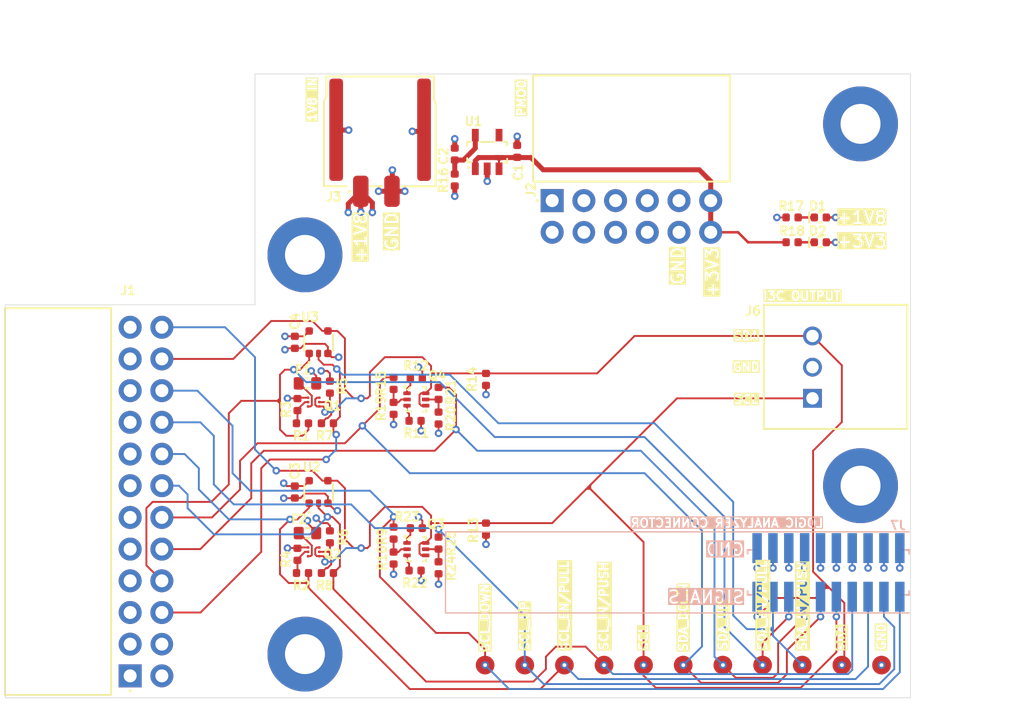
<source format=kicad_pcb>
(kicad_pcb (version 20221018) (generator pcbnew)
  (title_block (title "I3C output stage adapter") (date "2024-11-05") (rev "1.0.0") (company "Antmicro Ltd.") (comment 1 "www.antmicro.com"))
  (layers (0 "F.Cu" signal) (1 "In1.Cu" signal) (2 "In2.Cu" signal) (31 "B.Cu" signal) (34 "B.Paste" user) (35 "F.Paste" user) (36 "B.SilkS" user "B.Silkscreen") (37 "F.SilkS" user "F.Silkscreen") (38 "B.Mask" user) (39 "F.Mask" user) (44 "Edge.Cuts" user))
  (net 0 "")
  (net 1 "GND")
  (net 2 "+3V3")
  (net 3 "/1V8_LDO")
  (net 4 "+1V8")
  (net 5 "Net-(D1-A)")
  (net 6 "Net-(D2-A)")
  (net 7 "Net-(Q3-G1)")
  (net 8 "Net-(Q1-D2)")
  (net 9 "Net-(Q2-D2)")
  (net 10 "/SDA_IN{slash}PUSH")
  (net 11 "/SDA_EN{slash}PULL")
  (net 12 "/SDA_UP")
  (net 13 "/SDA_DOWN")
  (net 14 "/SCL_IN{slash}PUSH")
  (net 15 "/SCL_EN{slash}PULL")
  (net 16 "/SCL_UP")
  (net 17 "/SCL_DOWN")
  (net 18 "/SDA")
  (net 19 "/SCL")
  (net 28 "Net-(Q1-G1)")
  (net 29 "Net-(Q1-G2)")
  (net 30 "Net-(Q2-G1)")
  (net 31 "Net-(Q2-G2)")
  (net 32 "Net-(Q3-S1)")
  (net 33 "Net-(Q3-D2)")
  (net 34 "Net-(Q3-G2)")
  (net 35 "Net-(Q4-S1)")
  (net 36 "Net-(Q4-D2)")
  (net 38 "Net-(Q4-G1)")
  (net 39 "Net-(Q4-G2)")
  (footprint "antmicro-footprints:R_0402_1005Metric" (layer "F.Cu") (at 131.1 96.8 -90)
    (fp_text reference "R15")
    (fp_text value "R_0R_0402")
  )
  (footprint "antmicro-footprints:R_0402_1005Metric" (layer "F.Cu") (at 132.92 96.4 180)
    (fp_text reference "R12")
    (fp_text value "R_2k_0402")
  )
  (footprint "antmicro-footprints:MP_Pad6mm_Drill3.2mm" (layer "F.Cu") (at 168.5 105)
    (fp_text reference "MP2" hide)
    (fp_text value "MP_Pad6mm_Drill3.2mm")
  )
  (footprint "antmicro-footprints:R_0402_1005Metric" (layer "F.Cu") (at 134.7 99.58 -90)
    (fp_text reference "R20")
    (fp_text value "R_10k_0402")
  )
  (footprint "antmicro-footprints:R_0402_1005Metric" (layer "F.Cu") (at 132.82 99.8)
    (fp_text reference "R11")
    (fp_text value "R_2k_0402")
  )
  (footprint "antmicro-footprints:LED_0402_1005Metric_G" (layer "F.Cu") (at 165.278001 85.49 180)
    (fp_text reference "D2")
    (fp_text value "LED_G_0402_VLMTG1500-GS08")
  )
  (footprint "antmicro-footprints:MP_Pad6mm_Drill3.2mm" (layer "F.Cu") (at 124 118.5)
    (fp_text reference "MP4" hide)
    (fp_text value "MP_Pad6mm_Drill3.2mm")
  )
  (footprint "antmicro-footprints:PinSocket_2x6_P2.54mm_Drill1.04mm_Horizontal" (layer "F.Cu") (at 143.801 82.15)
    (fp_text reference "J2")
    (fp_text value "PinSocket_2x6_P2.54mm_Drill1.04mm_Horizontal")
  )
  (footprint "antmicro-footprints:TP_SMD_1.5mm" (layer "F.Cu") (at 170.18 119.38)
    (fp_text reference "TP1" hide)
    (fp_text value "TP_1.5mm_SMD")
  )
  (footprint "antmicro-footprints:C_0402_1005Metric" (layer "F.Cu") (at 141 78.2 -90)
    (fp_text reference "C1")
    (fp_text value "C_10u_0402")
  )
  (footprint "antmicro-footprints:F_0603_1608Metric" (layer "F.Cu") (at 124.2 96.8)
    (fp_text reference "F1")
    (fp_text value "F_20mA_0603")
  )
  (footprint "antmicro-footprints:R_0402_1005Metric" (layer "F.Cu") (at 138.5 96.48 -90)
    (fp_text reference "R14")
    (fp_text value "R_10k_0402")
  )
  (footprint "antmicro-footprints:TP_SMD_1.5mm" (layer "F.Cu") (at 167.005 119.38)
    (fp_text reference "TP2" hide)
    (fp_text value "TP_1.5mm_SMD")
  )
  (footprint "antmicro-footprints:C_0402_1005Metric" (layer "F.Cu") (at 136 78.42 -90)
    (fp_text reference "C2")
    (fp_text value "C_1u_0402")
  )
  (footprint "antmicro-footprints:R_0402_1005Metric" (layer "F.Cu") (at 123.8 100 180)
    (fp_text reference "R1")
    (fp_text value "R_0R_0402")
  )
  (footprint "antmicro-footprints:C_0402_1005Metric" (layer "F.Cu") (at 123.19 93.507 90)
    (fp_text reference "C4")
    (fp_text value "C_100n_0402")
  )
  (footprint "antmicro-footprints:SOT-563" (layer "F.Cu") (at 132.925 110.09)
    (fp_text reference "Q3")
    (fp_text value "DMC2400UV-7")
  )
  (footprint "antmicro-footprints:TP_SMD_1.5mm" (layer "F.Cu") (at 163.83 119.38)
    (fp_text reference "TP3" hide)
    (fp_text value "TP_1.5mm_SMD")
  )
  (footprint "antmicro-footprints:R_0402_1005Metric" (layer "F.Cu") (at 136 80.5 -90)
    (fp_text reference "R16")
    (fp_text value "R_0R_0402")
  )
  (footprint "antmicro-footprints:SOT-963" (layer "F.Cu") (at 124.7 98.3)
    (fp_text reference "Q1")
    (fp_text value "DMC31D5UDJ")
  )
  (footprint "antmicro-footprints:SOT-563" (layer "F.Cu") (at 132.925 98.09)
    (fp_text reference "Q4")
    (fp_text value "DMC2400UV-7")
  )
  (footprint "antmicro-footprints:R_0402_1005Metric" (layer "F.Cu") (at 134.7 111.58 -90)
    (fp_text reference "R24")
    (fp_text value "R_10k_0402")
  )
  (footprint "antmicro-footprints:R_0402_1005Metric" (layer "F.Cu") (at 131.1 110.8 90)
    (fp_text reference "R10")
    (fp_text value "R_10k_0402")
  )
  (footprint "antmicro-footprints:C_0402_1005Metric" (layer "F.Cu") (at 123.19 105.507 90)
    (fp_text reference "C3")
    (fp_text value "C_100n_0402")
  )
  (footprint "antmicro-footprints:TP_SMD_1.5mm" (layer "F.Cu") (at 144.78 119.38)
    (fp_text reference "TP9" hide)
    (fp_text value "TP_1.5mm_SMD")
  )
  (footprint "antmicro-footprints:TP_SMD_1.5mm" (layer "F.Cu") (at 141.605 119.38)
    (fp_text reference "TP10" hide)
    (fp_text value "TP_1.5mm_SMD")
  )
  (footprint "antmicro-footprints:R_0402_1005Metric" (layer "F.Cu") (at 125.8 112)
    (fp_text reference "R8")
    (fp_text value "R_0R_0402")
  )
  (footprint "antmicro-footprints:R_0402_1005Metric" (layer "F.Cu") (at 132.92 108.4 180)
    (fp_text reference "R23")
    (fp_text value "R_2k_0402")
  )
  (footprint "antmicro-footprints:MP_Pad6mm_Drill3.2mm" (layer "F.Cu") (at 168.5 76)
    (fp_text reference "MP1" hide)
    (fp_text value "MP_Pad6mm_Drill3.2mm")
  )
  (footprint "antmicro-footprints:SOT-963" (layer "F.Cu") (at 124.7 110.3)
    (fp_text reference "Q2")
    (fp_text value "DMC31D5UDJ")
  )
  (footprint "antmicro-footprints:LED_0402_1005Metric_G" (layer "F.Cu") (at 165.278001 83.500001 180)
    (fp_text reference "D1")
    (fp_text value "LED_G_0402_VLMTG1500-GS08")
  )
  (footprint "antmicro-footprints:F_0603_1608Metric" (layer "F.Cu") (at 124.2 108.8)
    (fp_text reference "F2")
    (fp_text value "F_20mA_0603")
  )
  (footprint "antmicro-footprints:R_0402_1005Metric" (layer "F.Cu") (at 163.02 83.5 180)
    (fp_text reference "R17")
    (fp_text value "R_2k_0402")
  )
  (footprint "antmicro-footprints:TP_SMD_1.5mm" (layer "F.Cu") (at 138.43 119.38)
    (fp_text reference "TP11" hide)
    (fp_text value "TP_1.5mm_SMD")
  )
  (footprint "antmicro-footprints:SOT-23-5" (layer "F.Cu") (at 138.595 78.25 90)
    (fp_text reference "U1")
    (fp_text value "TPS7A0518P_SOT23-5")
  )
  (footprint "antmicro-footprints:R_0402_1005Metric" (layer "F.Cu") (at 163.020002 85.49 180)
    (fp_text reference "R18")
    (fp_text value "R_2k_0402")
  )
  (footprint "antmicro-footprints:TP_SMD_1.5mm" (layer "F.Cu") (at 157.47 119.38)
    (fp_text reference "TP5" hide)
    (fp_text value "TP_1.5mm_SMD")
  )
  (footprint "antmicro-footprints:R_0402_1005Metric" (layer "F.Cu") (at 125.8 100)
    (fp_text reference "R7")
    (fp_text value "R_0R_0402")
  )
  (footprint "antmicro-footprints:R_0402_1005Metric" (layer "F.Cu") (at 126 97.1 90)
    (fp_text reference "R5")
    (fp_text value "R_10k_0402")
  )
  (footprint "antmicro-footprints:Conn_Molex_Nano-Fit_1x2_SMD_1054301202" (layer "F.Cu") (at 130 76.5 180)
    (fp_text reference "J3")
    (fp_text value "Molex_Nano-Fit_1x2_SMD_1054301202")
  )
  (footprint "antmicro-footprints:R_0402_1005Metric" (layer "F.Cu") (at 134.7 97.6 90)
    (fp_text reference "R21")
    (fp_text value "R_0R_0402")
  )
  (footprint "antmicro-footprints:R_0402_1005Metric" (layer "F.Cu") (at 123.4 110.5 -90)
    (fp_text reference "R4")
    (fp_text value "R_10k_0402")
  )
  (footprint "antmicro-footprints:R_0402_1005Metric" (layer "F.Cu") (at 123.4 98.5 -90)
    (fp_text reference "R3")
    (fp_text value "R_10k_0402")
  )
  (footprint "antmicro-footprints:Conn_JST_XH_1x3_S3B-XH-A-LF-SN" (layer "F.Cu") (at 164.65 98 90)
    (fp_text reference "J6")
    (fp_text value "JST_XH_1x3_S3B-XH-A-LF-SN")
  )
  (footprint "antmicro-footprints:TP_SMD_1.5mm" (layer "F.Cu") (at 160.655 119.38)
    (fp_text reference "TP4" hide)
    (fp_text value "TP_1.5mm_SMD")
  )
  (footprint "antmicro-footprints:R_0402_1005Metric" (layer "F.Cu") (at 123.805 112 180)
    (fp_text reference "R2")
    (fp_text value "R_0R_0402")
  )
  (footprint "antmicro-footprints:TP_SMD_1.5mm" (layer "F.Cu") (at 151.12 119.38)
    (fp_text reference "TP7" hide)
    (fp_text value "TP_1.5mm_SMD")
  )
  (footprint "antmicro-footprints:MP_Pad6mm_Drill3.2mm" (layer "F.Cu") (at 124 86.5)
    (fp_text reference "MP3" hide)
    (fp_text value "MP_Pad6mm_Drill3.2mm")
  )
  (footprint "antmicro-footprints:SOT-353" (layer "F.Cu") (at 125.095 105.507)
    (fp_text reference "U2")
    (fp_text value "SN74LVC1G240_SC70")
  )
  (footprint "antmicro-footprints:R_0402_1005Metric" (layer "F.Cu") (at 134.7 109.6 90)
    (fp_text reference "R25")
    (fp_text value "R_0R_0402")
  )
  (footprint "antmicro-footprints:R_0402_1005Metric" (layer "F.Cu") (at 131.1 98.8 90)
    (fp_text reference "R19")
    (fp_text value "R_10k_0402")
  )
  (footprint "antmicro-footprints:R_0402_1005Metric" (layer "F.Cu") (at 131.1 108.8 -90)
    (fp_text reference "R9")
    (fp_text value "R_0R_0402")
  )
  (footprint "antmicro-footprints:R_0402_1005Metric" (layer "F.Cu") (at 138.5 108.48 -90)
    (fp_text reference "R13")
    (fp_text value "R_10k_0402")
  )
  (footprint "antmicro-footprints:R_0402_1005Metric" (layer "F.Cu") (at 126 109.1 90)
    (fp_text reference "R6")
    (fp_text value "R_10k_0402")
  )
  (footprint "antmicro-footprints:SOT-353" (layer "F.Cu") (at 125.095 93.507)
    (fp_text reference "U3")
    (fp_text value "SN74LVC1G240_SC70")
  )
  (footprint "antmicro-footprints:PinSocket_2x12_P2.54mm_Drill1.04mm_Horizontal" (layer "F.Cu") (at 110 120.242 90)
    (fp_text reference "J1")
    (fp_text value "PinSocket_2x12_P2.54mm_Drill1.04mm_Horizontal")
  )
  (footprint "antmicro-footprints:TP_SMD_1.5mm" (layer "F.Cu") (at 154.295 119.38)
    (fp_text reference "TP6" hide)
    (fp_text value "TP_1.5mm_SMD")
  )
  (footprint "antmicro-footprints:R_0402_1005Metric" (layer "F.Cu") (at 132.82 111.8)
    (fp_text reference "R22")
    (fp_text value "R_2k_0402")
  )
  (footprint "antmicro-footprints:TP_SMD_1.5mm" (layer "F.Cu") (at 147.955 119.38)
    (fp_text reference "TP8" hide)
    (fp_text value "TP_1.5mm_SMD")
  )
  (footprint "antmicro-footprints:PinHeader_2x10_P1.27mm_SMD" (layer "B.Cu") (at 162.795 111.95)
    (fp_text reference "J7")
    (fp_text value "PinHeader_2x10_P1.27mm_SMD")
  )
  (gr_line (start 135.255 108.7) (end 172.4 108.7) (stroke (width 0.1)) (layer "B.SilkS"))
  (gr_line (start 135.255 115.2) (end 172.4 115.2) (stroke (width 0.1)) (layer "B.SilkS"))
  (gr_line (start 135.255 108.7) (end 135.255 115.2) (stroke (width 0.1)) (layer "B.SilkS"))
  (gr_line (start 120 90.5) (end 100 90.5) (stroke (width 0.05)) (layer "Edge.Cuts"))
  (gr_line (start 100 122) (end 172.5 122) (stroke (width 0.05)) (layer "Edge.Cuts"))
  (gr_line (start 172.5 122) (end 172.5 72) (stroke (width 0.05)) (layer "Edge.Cuts"))
  (gr_line (start 120 72) (end 120 90.5) (stroke (width 0.05)) (layer "Edge.Cuts"))
  (gr_line (start 172.5 72) (end 120 72) (stroke (width 0.05)) (layer "Edge.Cuts"))
  (gr_line (start 100 90.5) (end 100 122) (stroke (width 0.05)) (layer "Edge.Cuts"))
  (gr_text "SIGNALS" (at 159.274999 114.51) (layer "B.SilkS" knockout) (effects (font (size 1 1)) (justify left bottom mirror)))
  (gr_text "GND" (at 159.274999 110.7) (layer "B.SilkS" knockout) (effects (font (size 1 1)) (justify left bottom mirror)))
  (gr_text "LOGIC ANALYZER CONNECTOR\n" (at 165.6 108.4) (layer "B.SilkS" knockout) (effects (font (size 0.7 0.7)) (justify left bottom mirror)))
  (gr_text "PMOD" (at 141.75 75.5 90) (layer "F.SilkS" knockout) (effects (font (size 0.7 0.7)) (justify left bottom)))
  (gr_text "SDA" (at 166.995 118.29 90) (layer "F.SilkS" knockout) (effects (font (size 0.7 0.7)) (justify left)))
  (gr_text "SCL" (at 160.4 98.5) (layer "F.SilkS" knockout) (effects (font (size 0.7 0.7)) (justify right bottom)))
  (gr_text "SDA_UP" (at 157.47 118.29 90) (layer "F.SilkS" knockout) (effects (font (size 0.7 0.7)) (justify left)))
  (gr_text "SDA_IN/PUSH" (at 163.82 118.29 90) (layer "F.SilkS" knockout) (effects (font (size 0.7 0.7)) (justify left)))
  (gr_text "+3V3" (at 168.58 85.405) (layer "F.SilkS" knockout) (effects (font (size 1 1))))
  (gr_text "SCL_EN/PULL" (at 144.77 118.29 90) (layer "F.SilkS" knockout) (effects (font (size 0.7 0.7)) (justify left)))
  (gr_text "1V8 IN" (at 125 75.9 90) (layer "F.SilkS" knockout) (effects (font (size 0.7 0.7)) (justify left bottom)))
  (gr_text "SCL_DOWN" (at 138.42 118.38 90) (layer "F.SilkS" knockout) (effects (font (size 0.7 0.7)) (justify left)))
  (gr_text "+1V8" (at 128.47 83 90) (layer "F.SilkS" knockout) (effects (font (size 1 1)) (justify right)))
  (gr_text "SCL" (at 151.12 118.29 90) (layer "F.SilkS" knockout) (effects (font (size 0.7 0.7)) (justify left)))
  (gr_text "SDA_DOWN" (at 154.295 118.38 90) (layer "F.SilkS" knockout) (effects (font (size 0.7 0.7)) (justify left)))
  (gr_text "SCL_UP" (at 141.595 118.29 90) (layer "F.SilkS" knockout) (effects (font (size 0.7 0.7)) (justify left)))
  (gr_text "SDA_EN/PULL" (at 160.645 118.29 90) (layer "F.SilkS" knockout) (effects (font (size 0.7 0.7)) (justify left)))
  (gr_text "SCL_IN/PUSH" (at 147.945 118.29 90) (layer "F.SilkS" knockout) (effects (font (size 0.7 0.7)) (justify left)))
  (gr_text "GND" (at 170.17 118.29 90) (layer "F.SilkS" knockout) (effects (font (size 0.7 0.7)) (justify left)))
  (gr_text "GND" (at 154.461 88.995 90) (layer "F.SilkS" knockout) (effects (font (size 1 1)) (justify left bottom)))
  (gr_text "I3C OUTPUT" (at 160.6 90.2) (layer "F.SilkS" knockout) (effects (font (size 0.7 0.7)) (justify left bottom)))
  (gr_text "SDA" (at 160.4 93.4) (layer "F.SilkS" knockout) (effects (font (size 0.7 0.7)) (justify right bottom)))
  (gr_text "GND" (at 160.5 95.9) (layer "F.SilkS" knockout) (effects (font (size 0.7 0.7)) (justify right bottom)))
  (gr_text "+1V8" (at 168.58 83.5) (layer "F.SilkS" knockout) (effects (font (size 1 1))))
  (gr_text "GND" (at 130.97 83 90) (layer "F.SilkS" knockout) (effects (font (size 1 1)) (justify right)))
  (gr_text "+3V3" (at 157.211 89.995 90) (layer "F.SilkS" knockout) (effects (font (size 1 1)) (justify left bottom)))
  (segment (start 133.4 107.8) (end 133.4 108.4) (width 0.15) (layer "F.Cu") (net 1))
  (segment (start 131.1 99.28) (end 131.1 100.1) (width 0.15) (layer "F.Cu") (net 1))
  (segment (start 123.19 93.987) (end 123.645 93.987) (width 0.15) (layer "F.Cu") (net 1))
  (segment (start 125.6 93.632) (end 125.838 93.87) (width 0.15) (layer "F.Cu") (net 1))
  (segment (start 126.438 107) (end 125.838 106.4) (width 0.15) (layer "F.Cu") (net 1))
  (segment (start 165.758001 83.500001) (end 166.5 83.5) (width 0.2) (layer "F.Cu") (net 1))
  (segment (start 124 105.632) (end 125.6 105.632) (width 0.15) (layer "F.Cu") (net 1))
  (segment (start 123.19 105.987) (end 123.645 105.987) (width 0.15) (layer "F.Cu") (net 1))
  (segment (start 133.4 95.8) (end 133.4 96.4) (width 0.15) (layer "F.Cu") (net 1))
  (segment (start 133.1 95.5) (end 133.4 95.8) (width 0.15) (layer "F.Cu") (net 1))
  (segment (start 123.645 105.987) (end 124 105.632) (width 0.15) (layer "F.Cu") (net 1))
  (segment (start 133.1 107.5) (end 133.4 107.8) (width 0.15) (layer "F.Cu") (net 1))
  (segment (start 126.7 94.7) (end 126.138 94.7) (width 0.15) (layer "F.Cu") (net 1))
  (segment (start 129.9 81.4) (end 130.969 81.4) (width 0.4) (layer "F.Cu") (net 1))
  (segment (start 166.5 85.5) (end 165.768001 85.5) (width 0.2) (layer "F.Cu") (net 1))
  (segment (start 122.3 106) (end 123.177 106) (width 0.15) (layer "F.Cu") (net 1))
  (segment (start 123.177 106) (end 123.19 105.987) (width 0.15) (layer "F.Cu") (net 1))
  (segment (start 131 79.7) (end 131 81.371) (width 0.4) (layer "F.Cu") (net 1))
  (segment (start 132 81.4) (end 130.971 81.4) (width 0.4) (layer "F.Cu") (net 1))
  (segment (start 124 93.632) (end 125.6 93.632) (width 0.15) (layer "F.Cu") (net 1))
  (segment (start 122.6 98) (end 123.38 98) (width 0.15) (layer "F.Cu") (net 1))
  (segment (start 126.53 76.5) (end 126.501 76.471) (width 0.4) (layer "F.Cu") (net 1))
  (segment (start 126.6 107) (end 126.438 107) (width 0.15) (layer "F.Cu") (net 1))
  (segment (start 122.6 110) (end 123.38 110) (width 0.15) (layer "F.Cu") (net 1))
  (segment (start 131.1 112.1) (end 131.1 111.28) (width 0.15) (layer "F.Cu") (net 1))
  (segment (start 125.838 93.87) (end 125.838 94.4) (width 0.15) (layer "F.Cu") (net 1))
  (segment (start 123.38 98) (end 123.4 98.02) (width 0.15) (layer "F.Cu") (net 1))
  (segment (start 131 81.371) (end 130.97 81.401) (width 0.4) (layer "F.Cu") (net 1))
  (segment (start 122.513 93.987) (end 123.19 93.987) (width 0.15) (layer "F.Cu") (net 1))
  (segment (start 122.4 94.1) (end 122.513 93.987) (width 0.15) (layer "F.Cu") (net 1))
  (segment (start 124.25 97.95) (end 123.47 97.95) (width 0.15) (layer "F.Cu") (net 1))
  (segment (start 123.47 97.95) (end 123.4 98.02) (width 0.15) (layer "F.Cu") (net 1))
  (segment (start 138.6 79.606) (end 138.595 79.601) (width 0.4) (layer "F.Cu") (net 1))
  (segment (start 133.411 76.6) (end 133.54 76.471) (width 0.4) (layer "F.Cu") (net 1))
  (segment (start 141 77) (end 141 77.72) (width 0.4) (layer "F.Cu") (net 1))
  (segment (start 123.38 110) (end 123.4 110.02) (width 0.15) (layer "F.Cu") (net 1))
  (segment (start 165.768001 85.5) (end 165.758001 85.49) (width 0.2) (layer "F.Cu") (net 1))
  (segment (start 125.838 105.87) (end 125.838 106.4) (width 0.15) (layer "F.Cu") (net 1))
  (segment (start 123.645 93.987) (end 124 93.632) (width 0.15) (layer "F.Cu") (net 1))
  (segment (start 138.6 80.6) (end 138.6 79.606) (width 0.4) (layer "F.Cu") (net 1))
  (segment (start 130.969 81.4) (end 130.97 81.401) (width 0.4) (layer "F.Cu") (net 1))
  (segment (start 124.25 109.95) (end 123.47 109.95) (width 0.15) (layer "F.Cu") (net 1))
  (segment (start 130.971 81.4) (end 130.97 81.401) (width 0.4) (layer "F.Cu") (net 1))
  (segment (start 125.6 105.632) (end 125.838 105.87) (width 0.15) (layer "F.Cu") (net 1))
  (segment (start 127.5 76.5) (end 126.53 76.5) (width 0.4) (layer "F.Cu") (net 1))
  (segment (start 132.6 76.6) (end 133.411 76.6) (width 0.4) (layer "F.Cu") (net 1))
  (segment (start 136 77.2) (end 136 77.94) (width 0.4) (layer "F.Cu") (net 1))
  (segment (start 123.47 109.95) (end 123.4 110.02) (width 0.15) (layer "F.Cu") (net 1))
  (segment (start 126.138 94.7) (end 125.838 94.4) (width 0.15) (layer "F.Cu") (net 1))
  (via (at 132 81.4) (size 0.6) (drill 0.3) (layers "F.Cu" "B.Cu") (net 1))
  (via (at 122.6 98) (size 0.6) (drill 0.3) (layers "F.Cu" "B.Cu") (net 1))
  (via (at 171.644 111.601) (size 0.6) (drill 0.3) (layers "F.Cu" "B.Cu") (net 1))
  (via (at 167.834 111.601) (size 0.6) (drill 0.3) (layers "F.Cu" "B.Cu") (net 1))
  (via (at 170.18 119.38) (size 0.6) (drill 0.3) (layers "F.Cu" "B.Cu") (net 1))
  (via (at 122.4 94.1) (size 0.6) (drill 0.3) (layers "F.Cu" "B.Cu") (net 1))
  (via (at 161.484 111.601) (size 0.6) (drill 0.3) (layers "F.Cu" "B.Cu") (net 1))
  (via (at 131.1 100.1) (size 0.6) (drill 0.3) (layers "F.Cu" "B.Cu") (net 1))
  (via (at 133.1 107.5) (size 0.6) (drill 0.3) (layers "F.Cu" "B.Cu") (net 1))
  (via (at 169.103 111.601) (size 0.6) (drill 0.3) (layers "F.Cu" "B.Cu") (net 1))
  (via (at 126.7 94.7) (size 0.6) (drill 0.3) (layers "F.Cu" "B.Cu") (net 1))
  (via (at 122.6 110) (size 0.6) (drill 0.3) (layers "F.Cu" "B.Cu") (net 1))
  (via (at 131.1 112.1) (size 0.6) (drill 0.3) (layers "F.Cu" "B.Cu") (net 1))
  (via (at 136 77.2) (size 0.6) (drill 0.3) (layers "F.Cu" "B.Cu") (net 1))
  (via (at 141 77) (size 0.6) (drill 0.3) (layers "F.Cu" "B.Cu") (net 1))
  (via (at 122.3 106) (size 0.6) (drill 0.3) (layers "F.Cu" "B.Cu") (net 1))
  (via (at 126.6 107) (size 0.6) (drill 0.3) (layers "F.Cu" "B.Cu") (net 1))
  (via (at 164.022 111.601) (size 0.6) (drill 0.3) (layers "F.Cu" "B.Cu") (net 1))
  (via (at 133.1 95.5) (size 0.6) (drill 0.3) (layers "F.Cu" "B.Cu") (net 1))
  (via (at 170.372 111.601) (size 0.6) (drill 0.3) (layers "F.Cu" "B.Cu") (net 1))
  (via (at 162.753 111.601) (size 0.6) (drill 0.3) (layers "F.Cu" "B.Cu") (net 1))
  (via (at 127.5 76.5) (size 0.6) (drill 0.3) (layers "F.Cu" "B.Cu") (net 1))
  (via (at 132.6 76.6) (size 0.6) (drill 0.3) (layers "F.Cu" "B.Cu") (net 1))
  (via (at 129.9 81.4) (size 0.6) (drill 0.3) (layers "F.Cu" "B.Cu") (net 1))
  (via (at 166.5 83.5) (size 0.6) (drill 0.3) (layers "F.Cu" "B.Cu") (net 1))
  (via (at 138.6 80.6) (size 0.6) (drill 0.3) (layers "F.Cu" "B.Cu") (net 1))
  (via (at 165.294 111.601) (size 0.6) (drill 0.3) (layers "F.Cu" "B.Cu") (net 1))
  (via (at 166.564 111.601) (size 0.6) (drill 0.3) (layers "F.Cu" "B.Cu") (net 1))
  (via (at 166.5 85.5) (size 0.6) (drill 0.3) (layers "F.Cu" "B.Cu") (net 1))
  (via (at 160.214 111.601) (size 0.6) (drill 0.3) (layers "F.Cu" "B.Cu") (net 1))
  (via (at 131 79.7) (size 0.6) (drill 0.3) (layers "F.Cu" "B.Cu") (net 1))
  (segment (start 161.484 111.601) (end 161.484 110.001) (width 0.15) (layer "B.Cu") (net 1))
  (segment (start 171.644 111.601) (end 171.644 110.001) (width 0.15) (layer "B.Cu") (net 1))
  (segment (start 166.564 111.601) (end 166.564 110.001) (width 0.15) (layer "B.Cu") (net 1))
  (segment (start 160.214 111.601) (end 160.214 110.001) (width 0.15) (layer "B.Cu") (net 1))
  (segment (start 169.103 111.601) (end 169.103 110.001) (width 0.15) (layer "B.Cu") (net 1))
  (segment (start 162.753 111.601) (end 162.753 110.001) (width 0.15) (layer "B.Cu") (net 1))
  (segment (start 165.294 111.601) (end 165.294 110.001) (width 0.15) (layer "B.Cu") (net 1))
  (segment (start 164.022 111.601) (end 164.022 110.001) (width 0.15) (layer "B.Cu") (net 1))
  (segment (start 167.834 111.601) (end 167.834 110.001) (width 0.15) (layer "B.Cu") (net 1))
  (segment (start 170.372 111.601) (end 170.372 110.001) (width 0.15) (layer "B.Cu") (net 1))
  (segment (start 139.544 79) (end 139.544 78.944) (width 0.15) (layer "F.Cu") (net 2))
  (segment (start 143.08 79.68) (end 142.1 78.7) (width 0.4) (layer "F.Cu") (net 2))
  (segment (start 139.544 78.944) (end 139.3 78.7) (width 0.15) (layer "F.Cu") (net 2))
  (segment (start 139.544 78.956) (end 139.8 78.7) (width 0.15) (layer "F.Cu") (net 2))
  (segment (start 139.8 78.7) (end 139.5 78.7) (width 0.4) (layer "F.Cu") (net 2))
  (segment (start 139.544 79.601) (end 139.544 79) (width 0.15) (layer "F.Cu") (net 2))
  (segment (start 156.499 82.15) (end 156.499 84.689) (width 0.4) (layer "F.Cu") (net 2))
  (segment (start 156.499 80.599) (end 155.58 79.68) (width 0.4) (layer "F.Cu") (net 2))
  (segment (start 137.644 78.956) (end 137.644 79.601) (width 0.4) (layer "F.Cu") (net 2))
  (segment (start 155.58 79.68) (end 143.08 79.68) (width 0.4) (layer "F.Cu") (net 2))
  (segment (start 139.3 78.7) (end 137.9 78.7) (width 0.4) (layer "F.Cu") (net 2))
  (segment (start 158.689 84.689) (end 159.49 85.49) (width 0.2) (layer "F.Cu") (net 2))
  (segment (start 142.1 78.7) (end 139.8 78.7) (width 0.4) (layer "F.Cu") (net 2))
  (segment (start 139.544 79) (end 139.544 78.956) (width 0.15) (layer "F.Cu") (net 2))
  (segment (start 137.9 78.7) (end 137.644 78.956) (width 0.4) (layer "F.Cu") (net 2))
  (segment (start 159.49 85.49) (end 162.540002 85.49) (width 0.2) (layer "F.Cu") (net 2))
  (segment (start 139.544 79) (end 139.544 78.744) (width 0.15) (layer "F.Cu") (net 2))
  (segment (start 139.5 78.7) (end 139.3 78.7) (width 0.4) (layer "F.Cu") (net 2))
  (segment (start 139.544 78.744) (end 139.5 78.7) (width 0.15) (layer "F.Cu") (net 2))
  (segment (start 156.499 84.689) (end 158.689 84.689) (width 0.2) (layer "F.Cu") (net 2))
  (segment (start 156.499 82.15) (end 156.499 80.599) (width 0.4) (layer "F.Cu") (net 2))
  (segment (start 136 78.9) (end 136.7 78.9) (width 0.4) (layer "F.Cu") (net 3))
  (segment (start 136.7 78.9) (end 137.644 77.956) (width 0.4) (layer "F.Cu") (net 3))
  (segment (start 136 78.9) (end 136 80.02) (width 0.4) (layer "F.Cu") (net 3))
  (segment (start 137.644 77.956) (end 137.644 76.9) (width 0.4) (layer "F.Cu") (net 3))
  (segment (start 136 81.8) (end 136 80.98) (width 0.4) (layer "F.Cu") (net 4))
  (segment (start 138.5 97.7) (end 138.5 96.96) (width 0.15) (layer "F.Cu") (net 4))
  (segment (start 127.472 83.1) (end 127.472 82.401) (width 0.4) (layer "F.Cu") (net 4))
  (segment (start 123.912 105.027) (end 124.339 104.6) (width 0.15) (layer "F.Cu") (net 4))
  (segment (start 126 108.2) (end 126 108.62) (width 0.15) (layer "F.Cu") (net 4))
  (segment (start 134.7 100.8) (end 134.7 100.06) (width 0.15) (layer "F.Cu") (net 4))
  (segment (start 125.3 95.8) (end 125.8 95.8) (width 0.15) (layer "F.Cu") (net 4))
  (segment (start 125.8 108) (end 126 108.2) (width 0.15) (layer "F.Cu") (net 4))
  (segment (start 124.2 108) (end 124.9 108.7) (width 0.15) (layer "F.Cu") (net 4))
  (segment (start 126 96) (end 126 96.62) (width 0.15) (layer "F.Cu") (net 4))
  (segment (start 129.4 82.329) (end 128.472 81.401) (width 0.4) (layer "F.Cu") (net 4))
  (segment (start 127.472 82.401) (end 128.502 81.371) (width 0.4) (layer "F.Cu") (net 4))
  (segment (start 124.9 107.6) (end 125.3 108) (width 0.15) (layer "F.Cu") (net 4))
  (segment (start 134.7 112.9) (end 134.7 112.06) (width 0.15) (layer "F.Cu") (net 4))
  (segment (start 133.3 100.6) (end 133.3 99.8) (width 0.15) (layer "F.Cu") (net 4))
  (segment (start 122.4 93.027) (end 123.19 93.027) (width 0.15) (layer "F.Cu") (net 4))
  (segment (start 129.4 83.1) (end 129.4 82.329) (width 0.4) (layer "F.Cu") (net 4))
  (segment (start 128.472 83.072) (end 128.472 81.401) (width 0.4) (layer "F.Cu") (net 4))
  (segment (start 124.5 95.8) (end 124.9 96.2) (width 0.15) (layer "F.Cu") (net 4))
  (segment (start 133.3 112.6) (end 133.3 111.8) (width 0.15) (layer "F.Cu") (net 4))
  (segment (start 124.2 107.8) (end 124.2 108) (width 0.15) (layer "F.Cu") (net 4))
  (segment (start 125.3 108) (end 125.8 108) (width 0.15) (layer "F.Cu") (net 4))
  (segment (start 122.3 104.8) (end 122.527 105.027) (width 0.15) (layer "F.Cu") (net 4))
  (segment (start 124.9 108.7) (end 124.9 108.8) (width 0.15) (layer "F.Cu") (net 4))
  (segment (start 123.19 93.027) (end 123.912 93.027) (width 0.15) (layer "F.Cu") (net 4))
  (segment (start 161.8 83.5) (end 162.54 83.5) (width 0.15) (layer "F.Cu") (net 4))
  (segment (start 122.527 105.027) (end 123.19 105.027) (width 0.15) (layer "F.Cu") (net 4))
  (segment (start 125.8 95.8) (end 126 96) (width 0.15) (layer "F.Cu") (net 4))
  (segment (start 128.503 81.372) (end 128.502 81.371) (width 0.4) (layer "F.Cu") (net 4))
  (segment (start 123.912 93.027) (end 124.339 92.6) (width 0.15) (layer "F.Cu") (net 4))
  (segment (start 138.5 109.7) (end 138.5 108.96) (width 0.15) (layer "F.Cu") (net 4))
  (segment (start 128.472 81.401) (end 128.502 81.371) (width 0.4) (layer "F.Cu") (net 4))
  (segment (start 123.19 105.027) (end 123.912 105.027) (width 0.15) (layer "F.Cu") (net 4))
  (segment (start 124.9 96.2) (end 124.9 96.8) (width 0.15) (layer "F.Cu") (net 4))
  (via (at 133.3 112.6) (size 0.6) (drill 0.3) (layers "F.Cu" "B.Cu") (net 4))
  (via (at 134.7 100.8) (size 0.6) (drill 0.3) (layers "F.Cu" "B.Cu") (net 4))
  (via (at 161.8 83.5) (size 0.6) (drill 0.3) (layers "F.Cu" "B.Cu") (net 4))
  (via (at 128.472 83.072) (size 0.6) (drill 0.3) (layers "F.Cu" "B.Cu") (net 4))
  (via (at 124.9 107.6) (size 0.6) (drill 0.3) (layers "F.Cu" "B.Cu") (net 4))
  (via (at 134.7 112.9) (size 0.6) (drill 0.3) (layers "F.Cu" "B.Cu") (net 4))
  (via (at 122.3 104.8) (size 0.6) (drill 0.3) (layers "F.Cu" "B.Cu") (net 4))
  (via (at 133.3 100.6) (size 0.6) (drill 0.3) (layers "F.Cu" "B.Cu") (net 4))
  (via (at 138.5 109.7) (size 0.6) (drill 0.3) (layers "F.Cu" "B.Cu") (net 4))
  (via (at 122.4 93.027) (size 0.6) (drill 0.3) (layers "F.Cu" "B.Cu") (net 4))
  (via (at 138.5 97.7) (size 0.6) (drill 0.3) (layers "F.Cu" "B.Cu") (net 4))
  (via (at 124.2 107.8) (size 0.6) (drill 0.3) (layers "F.Cu" "B.Cu") (net 4))
  (via (at 127.472 83.1) (size 0.6) (drill 0.3) (layers "F.Cu" "B.Cu") (net 4))
  (via (at 136 81.8) (size 0.6) (drill 0.3) (layers "F.Cu" "B.Cu") (net 4))
  (via (at 124.5 95.8) (size 0.6) (drill 0.3) (layers "F.Cu" "B.Cu") (net 4))
  (via (at 129.4 83.1) (size 0.6) (drill 0.3) (layers "F.Cu" "B.Cu") (net 4))
  (via (at 125.3 95.8) (size 0.6) (drill 0.3) (layers "F.Cu" "B.Cu") (net 4))
  (segment (start 163.5 83.5) (end 164.798001 83.500001) (width 0.2) (layer "F.Cu") (net 5))
  (segment (start 163.500002 85.49) (end 164.798001 85.49) (width 0.2) (layer "F.Cu") (net 6))
  (segment (start 131.48 110.32) (end 131.709 110.091) (width 0.15) (layer "F.Cu") (net 7))
  (segment (start 131.1 110.32) (end 131.48 110.32) (width 0.15) (layer "F.Cu") (net 7))
  (segment (start 131.709 110.091) (end 132.176 110.091) (width 0.15) (layer "F.Cu") (net 7))
  (segment (start 131.1 109.28) (end 131.1 110.32) (width 0.15) (layer "F.Cu") (net 7))
  (segment (start 123.55494 96.8) (end 124.55 97.79506) (width 0.15) (layer "F.Cu") (net 8))
  (segment (start 124.55 97.79506) (end 124.55 98.55) (width 0.15) (layer "F.Cu") (net 8))
  (segment (start 123.5 96.8) (end 123.55494 96.8) (width 0.15) (layer "F.Cu") (net 8))
  (segment (start 124.55 98.55) (end 124.45 98.65) (width 0.15) (layer "F.Cu") (net 8))
  (segment (start 124.45 98.65) (end 124.25 98.65) (width 0.15) (layer "F.Cu") (net 8))
  (segment (start 123.5 108.8) (end 123.55494 108.8) (width 0.15) (layer "F.Cu") (net 9))
  (segment (start 124.55 110.55) (end 124.45 110.65) (width 0.15) (layer "F.Cu") (net 9))
  (segment (start 124.45 110.65) (end 124.25 110.65) (width 0.15) (layer "F.Cu") (net 9))
  (segment (start 124.55 109.79506) (end 124.55 110.55) (width 0.15) (layer "F.Cu") (net 9))
  (segment (start 123.55494 108.8) (end 124.55 109.79506) (width 0.15) (layer "F.Cu") (net 9))
  (segment (start 126.2 95.3) (end 126.55 95.65) (width 0.15) (layer "F.Cu") (net 10))
  (segment (start 126.28 100) (end 126.28 100.68) (width 0.15) (layer "F.Cu") (net 10))
  (segment (start 126.8 95.9) (end 126.8 99.48) (width 0.15) (layer "F.Cu") (net 10))
  (segment (start 125.7 102.9) (end 121.2 102.9) (width 0.15) (layer "F.Cu") (net 10))
  (segment (start 120.5 103.6) (end 120.5 110.3) (width 0.15) (layer "F.Cu") (net 10))
  (segment (start 125.089 94.889) (end 125.5 95.3) (width 0.15) (layer "F.Cu") (net 10))
  (segment (start 126.55 95.65) (end 126.8 95.9) (width 0.15) (layer "F.Cu") (net 10))
  (segment (start 121.2 102.9) (end 120.5 103.6) (width 0.15) (layer "F.Cu") (net 10))
  (segment (start 125.089 94.4) (end 125.089 94.889) (width 0.15) (layer "F.Cu") (net 10))
  (segment (start 125.5 95.3) (end 126.2 95.3) (width 0.15) (layer "F.Cu") (net 10))
  (segment (start 115.636 115.164) (end 112.539 115.164) (width 0.15) (layer "F.Cu") (net 10))
  (segment (start 126.8 99.48) (end 126.28 100) (width 0.15) (layer "F.Cu") (net 10))
  (segment (start 126.28 100.68) (end 126.5 100.9) (width 0.15) (layer "F.Cu") (net 10))
  (segment (start 120.5 110.3) (end 115.636 115.164) (width 0.15) (layer "F.Cu") (net 10))
  (via (at 126.5 100.9) (size 0.6) (drill 0.3) (layers "F.Cu" "B.Cu") (net 10))
  (via (at 125.7 102.9) (size 0.6) (drill 0.3) (layers "F.Cu" "B.Cu") (net 10))
  (via (at 126.55 95.65) (size 0.6) (drill 0.3) (layers "F.Cu" "B.Cu") (net 10))
  (via (at 163.83 119.38) (size 0.6) (drill 0.3) (layers "F.Cu" "B.Cu") (net 10))
  (segment (start 161.484 116.5) (end 161.3 116.5) (width 0.15) (layer "B.Cu") (net 10))
  (segment (start 161.3 116.5) (end 161.3 116.484) (width 0.15) (layer "B.Cu") (net 10))
  (segment (start 127 96.1) (end 126.55 95.65) (width 0.15) (layer "B.Cu") (net 10))
  (segment (start 161.3 116.516) (end 161.484 116.7) (width 0.15) (layer "B.Cu") (net 10))
  (segment (start 161.3 116.484) (end 161.484 116.3) (width 0.15) (layer "B.Cu") (net 10))
  (segment (start 158.3 106.3) (end 152 100) (width 0.15) (layer "B.Cu") (net 10))
  (segment (start 161.3 116.5) (end 161.3 116.516) (width 0.15) (layer "B.Cu") (net 10))
  (segment (start 125.7 102.9) (end 126.5 102.1) (width 0.15) (layer "B.Cu") (net 10))
  (segment (start 135.6 96.1) (end 127 96.1) (width 0.15) (layer "B.Cu") (net 10))
  (segment (start 152 100) (end 139.5 100) (width 0.15) (layer "B.Cu") (net 10))
  (segment (start 161.484 116.7) (end 161.484 116.5) (width 0.15) (layer "B.Cu") (net 10))
  (segment (start 158.3 115.4) (end 158.3 106.3) (width 0.15) (layer "B.Cu") (net 10))
  (segment (start 161.484 116.3) (end 161.484 115.5) (width 0.15) (layer "B.Cu") (net 10))
  (segment (start 161.3 116.5) (end 159.4 116.5) (width 0.15) (layer "B.Cu") (net 10))
  (segment (start 159.4 116.5) (end 158.3 115.4) (width 0.15) (layer "B.Cu") (net 10))
  (segment (start 139.5 100) (end 135.6 96.1) (width 0.15) (layer "B.Cu") (net 10))
  (segment (start 126.5 102.1) (end 126.5 100.9) (width 0.15) (layer "B.Cu") (net 10))
  (segment (start 161.484 117.034) (end 161.484 116.7) (width 0.15) (layer "B.Cu") (net 10))
  (segment (start 161.484 115.5) (end 161.484 113.9) (width 0.15) (layer "B.Cu") (net 10))
  (segment (start 161.484 116.5) (end 161.484 116.3) (width 0.15) (layer "B.Cu") (net 10))
  (segment (start 163.83 119.38) (end 161.484 117.034) (width 0.15) (layer "B.Cu") (net 10))
  (segment (start 122 98.4) (end 122 100.5) (width 0.15) (layer "F.Cu") (net 11))
  (segment (start 122 98) (end 122 98.2) (width 0.15) (layer "F.Cu") (net 11))
  (segment (start 124.339 94.961) (end 123.6 95.7) (width 0.15) (layer "F.Cu") (net 11))
  (segment (start 121.8 98.2) (end 122 98) (width 0.15) (layer "F.Cu") (net 11))
  (segment (start 123.6 95.7) (end 123.1 95.7) (width 0.15) (layer "F.Cu") (net 11))
  (segment (start 123.1 95.7) (end 122.4 95.7) (width 0.15) (layer "F.Cu") (net 11))
  (segment (start 122.4 95.7) (end 122 96.1) (width 0.15) (layer "F.Cu") (net 11))
  (segment (start 116.5 106.3) (end 117.9 104.9) (width 0.15) (layer "F.Cu") (net 11))
  (segment (start 124.339 94.4) (end 124.339 94.961) (width 0.15) (layer "F.Cu") (net 11))
  (segment (start 124.28 100.52) (end 124.28 100) (width 0.15) (layer "F.Cu") (net 11))
  (segment (start 117.9 104.9) (end 117.9 99.2) (width 0.15) (layer "F.Cu") (net 11))
  (segment (start 111.8 106.3) (end 116.5 106.3) (width 0.15) (layer "F.Cu") (net 11))
  (segment (start 123.8 101) (end 124.28 100.52) (width 0.15) (layer "F.Cu") (net 11))
  (segment (start 122 96.1) (end 122 98) (width 0.15) (layer "F.Cu") (net 11))
  (segment (start 122 98.2) (end 122 98.4) (width 0.15) (layer "F.Cu") (net 11))
  (segment (start 117.9 99.2) (end 118.9 98.2) (width 0.15) (layer "F.Cu") (net 11))
  (segment (start 121.8 98.2) (end 122 98.2) (width 0.15) (layer "F.Cu") (net 11))
  (segment (start 118.9 98.2) (end 121.8 98.2) (width 0.15) (layer "F.Cu") (net 11))
  (segment (start 121.8 98.2) (end 122 98.4) (width 0.15) (layer "F.Cu") (net 11))
  (segment (start 111.3 106.8) (end 111.8 106.3) (width 0.15) (layer "F.Cu") (net 11))
  (segment (start 112.539 112.624) (end 111.3 111.385) (width 0.15) (layer "F.Cu") (net 11))
  (segment (start 122 100.5) (end 122.5 101) (width 0.15) (layer "F.Cu") (net 11))
  (segment (start 160.655 117.598) (end 162.753 115.5) (width 0.15) (layer "F.Cu") (net 11))
  (segment (start 111.3 111.385) (end 111.3 106.8) (width 0.15) (layer "F.Cu") (net 11))
  (segment (start 122.5 101) (end 123.8 101) (width 0.15) (layer "F.Cu") (net 11))
  (segment (start 160.655 119.38) (end 160.655 117.598) (width 0.15) (layer "F.Cu") (net 11))
  (via (at 123.1 95.7) (size 0.6) (drill 0.3) (layers "F.Cu" "B.Cu") (net 11))
  (via (at 160.655 119.38) (size 0.6) (drill 0.3) (layers "F.Cu" "B.Cu") (net 11))
  (via (at 162.753 115.5) (size 0.6) (drill 0.3) (layers "F.Cu" "B.Cu") (net 11))
  (segment (start 124.1 96.7) (end 123.1 95.7) (width 0.15) (layer "B.Cu") (net 11))
  (segment (start 134.8 96.7) (end 124.1 96.7) (width 0.15) (layer "B.Cu") (net 11))
  (segment (start 162.753 115.5) (end 162.753 113.9) (width 0.15) (layer "B.Cu") (net 11))
  (segment (start 157.6 107.5) (end 151.2 101.1) (width 0.15) (layer "B.Cu") (net 11))
  (segment (start 139.2 101.1) (end 134.8 96.7) (width 0.15) (layer "B.Cu") (net 11))
  (segment (start 157.6 116.325) (end 157.6 107.5) (width 0.15) (layer "B.Cu") (net 11))
  (segment (start 151.2 101.1) (end 139.2 101.1) (width 0.15) (layer "B.Cu") (net 11))
  (segment (start 160.655 119.38) (end 157.6 116.325) (width 0.15) (layer "B.Cu") (net 11))
  (segment (start 161.9 120) (end 161.9 117.622) (width 0.15) (layer "F.Cu") (net 12))
  (segment (start 134.4 102.2) (end 136.1 100.5) (width 0.15) (layer "F.Cu") (net 12))
  (segment (start 120.7 102.2) (end 134.4 102.2) (width 0.15) (layer "F.Cu") (net 12))
  (segment (start 158.5 120.4) (end 161.5 120.4) (width 0.15) (layer "F.Cu") (net 12))
  (segment (start 136.1 97.7) (end 135.52 97.12) (width 0.15) (layer "F.Cu") (net 12))
  (segment (start 136.1 100.5) (end 136.1 97.7) (width 0.15) (layer "F.Cu") (net 12))
  (segment (start 161.5 120.4) (end 161.9 120) (width 0.15) (layer "F.Cu") (net 12))
  (segment (start 135.52 97.12) (end 134.7 97.12) (width 0.15) (layer "F.Cu") (net 12))
  (segment (start 119.7 106) (end 119.7 103.2) (width 0.15) (layer "F.Cu") (net 12))
  (segment (start 112.539 110.083) (end 115.617 110.083) (width 0.15) (layer "F.Cu") (net 12))
  (segment (start 161.9 117.622) (end 164.022 115.5) (width 0.15) (layer "F.Cu") (net 12))
  (segment (start 157.48 119.38) (end 158.5 120.4) (width 0.15) (layer "F.Cu") (net 12))
  (segment (start 115.617 110.083) (end 119.7 106) (width 0.15) (layer "F.Cu") (net 12))
  (segment (start 119.7 103.2) (end 120.7 102.2) (width 0.15) (layer "F.Cu") (net 12))
  (via (at 136.1 100.5) (size 0.6) (drill 0.3) (layers "F.Cu" "B.Cu") (net 12))
  (via (at 164.022 115.5) (size 0.6) (drill 0.3) (layers "F.Cu" "B.Cu") (net 12))
  (via (at 157.48 119.38) (size 0.6) (drill 0.3) (layers "F.Cu" "B.Cu") (net 12))
  (segment (start 137.8 102.2) (end 136.1 100.5) (width 0.15) (layer "B.Cu") (net 12))
  (segment (start 156.8 108.3) (end 156.8 108.2) (width 0.15) (layer "B.Cu") (net 12))
  (segment (start 164.022 115.5) (end 164.022 113.9) (width 0.15) (layer "B.Cu") (net 12))
  (segment (start 156.8 118.7) (end 156.8 108.3) (width 0.15) (layer "B.Cu") (net 12))
  (segment (start 150.9 102.2) (end 137.8 102.2) (width 0.15) (layer "B.Cu") (net 12))
  (segment (start 156.8 108.3) (end 156.8 108.1) (width 0.15) (layer "B.Cu") (net 12))
  (segment (start 156.8 108.1) (end 150.9 102.2) (width 0.15) (layer "B.Cu") (net 12))
  (segment (start 157.48 119.38) (end 156.8 118.7) (width 0.15) (layer "B.Cu") (net 12))
  (segment (start 127.2 101.6) (end 128.6 100.2) (width 0.15) (layer "F.Cu") (net 13))
  (segment (start 118.8 103) (end 120.2 101.6) (width 0.15) (layer "F.Cu") (net 13))
  (segment (start 130 96.7) (end 130.38 96.32) (width 0.15) (layer "F.Cu") (net 13))
  (segment (start 155.725 120.8) (end 161.9 120.8) (width 0.15) (layer "F.Cu") (net 13))
  (segment (start 161.9 120.8) (end 162.6 120.1) (width 0.15) (layer "F.Cu") (net 13))
  (segment (start 130.38 96.32) (end 131.1 96.32) (width 0.15) (layer "F.Cu") (net 13))
  (segment (start 120.2 101.6) (end 127.2 101.6) (width 0.15) (layer "F.Cu") (net 13))
  (segment (start 118.8 105.3) (end 118.8 103) (width 0.15) (layer "F.Cu") (net 13))
  (segment (start 116.556 107.544) (end 118.8 105.3) (width 0.15) (layer "F.Cu") (net 13))
  (segment (start 162.6 120.1) (end 162.6 118.194) (width 0.15) (layer "F.Cu") (net 13))
  (segment (start 154.305 119.38) (end 155.725 120.8) (width 0.15) (layer "F.Cu") (net 13))
  (segment (start 162.6 118.194) (end 165.294 115.5) (width 0.15) (layer "F.Cu") (net 13))
  (segment (start 128.6 100.2) (end 130 98.8) (width 0.15) (layer "F.Cu") (net 13))
  (segment (start 130 98.8) (end 130 96.7) (width 0.15) (layer "F.Cu") (net 13))
  (segment (start 112.539 107.544) (end 116.556 107.544) (width 0.15) (layer "F.Cu") (net 13))
  (via (at 154.305 119.38) (size 0.6) (drill 0.3) (layers "F.Cu" "B.Cu") (net 13))
  (via (at 165.294 115.5) (size 0.6) (drill 0.3) (layers "F.Cu" "B.Cu") (net 13))
  (via (at 128.6 100.2) (size 0.6) (drill 0.3) (layers "F.Cu" "B.Cu") (net 13))
  (segment (start 132.4 104) (end 128.6 100.2) (width 0.15) (layer "B.Cu") (net 13))
  (segment (start 155.8 117.885) (end 155.8 108.6) (width 0.15) (layer "B.Cu") (net 13))
  (segment (start 154.305 119.38) (end 155.8 117.885) (width 0.15) (layer "B.Cu") (net 13))
  (segment (start 151.2 104) (end 132.4 104) (width 0.15) (layer "B.Cu") (net 13))
  (segment (start 165.294 115.5) (end 165.294 113.9) (width 0.15) (layer "B.Cu") (net 13))
  (segment (start 155.8 108.6) (end 151.2 104) (width 0.15) (layer "B.Cu") (net 13))
  (segment (start 126.8 108.1) (end 126.8 111.48) (width 0.15) (layer "F.Cu") (net 14))
  (segment (start 143.3 119.7) (end 143.3 118.7) (width 0.15) (layer "F.Cu") (net 14))
  (segment (start 144.1 117.9) (end 146.475 117.9) (width 0.15) (layer "F.Cu") (net 14))
  (segment (start 126.2 107.5) (end 126.8 108.1) (width 0.15) (layer "F.Cu") (net 14))
  (segment (start 146.475 117.9) (end 147.955 119.38) (width 0.15) (layer "F.Cu") (net 14))
  (segment (start 143.3 118.7) (end 144.1 117.9) (width 0.15) (layer "F.Cu") (net 14))
  (segment (start 125.8 107.5) (end 126.2 107.5) (width 0.15) (layer "F.Cu") (net 14))
  (segment (start 125.8 107.5) (end 125.089 106.789) (width 0.15) (layer "F.Cu") (net 14))
  (segment (start 142.3 120.7) (end 143.3 119.7) (width 0.15) (layer "F.Cu") (net 14))
  (segment (start 125.089 106.789) (end 125.089 106.4) (width 0.15) (layer "F.Cu") (net 14))
  (segment (start 126.8 111.48) (end 126.28 112) (width 0.15) (layer "F.Cu") (net 14))
  (segment (start 126.28 113.28) (end 133.7 120.7) (width 0.15) (layer "F.Cu") (net 14))
  (segment (start 126.28 112) (end 126.28 113.28) (width 0.15) (layer "F.Cu") (net 14))
  (segment (start 133.7 120.7) (end 142.3 120.7) (width 0.15) (layer "F.Cu") (net 14))
  (via (at 147.955 119.38) (size 0.6) (drill 0.3) (layers "F.Cu" "B.Cu") (net 14))
  (via (at 125.8 107.5) (size 0.6) (drill 0.3) (layers "F.Cu" "B.Cu") (net 14))
  (segment (start 167.834 119.766) (end 167.834 113.9) (width 0.15) (layer "B.Cu") (net 14))
  (segment (start 114.6 106.8) (end 114.6 105.7) (width 0.15) (layer "B.Cu") (net 14))
  (segment (start 114.6 105.7) (end 113.9 105) (width 0.15) (layer "B.Cu") (net 14))
  (segment (start 147.955 119.38) (end 148.675 120.1) (width 0.15) (layer "B.Cu") (net 14))
  (segment (start 125.8 107.5) (end 124.4 108.9) (width 0.15) (layer "B.Cu") (net 14))
  (segment (start 148.675 120.1) (end 167.5 120.1) (width 0.15) (layer "B.Cu") (net 14))
  (segment (start 116.7 108.9) (end 114.6 106.8) (width 0.15) (layer "B.Cu") (net 14))
  (segment (start 167.5 120.1) (end 167.834 119.766) (width 0.15) (layer "B.Cu") (net 14))
  (segment (start 113.9 105) (end 112.539 105) (width 0.15) (layer "B.Cu") (net 14))
  (segment (start 124.4 108.9) (end 116.7 108.9) (width 0.15) (layer "B.Cu") (net 14))
  (segment (start 122.8 107.7) (end 122 108.5) (width 0.15) (layer "F.Cu") (net 15))
  (segment (start 122 112.1) (end 122.7 112.8) (width 0.15) (layer "F.Cu") (net 15))
  (segment (start 124.1 112.82) (end 124.28 113) (width 0.15) (layer "F.Cu") (net 15))
  (segment (start 124.339 106.4) (end 124.339 106.761) (width 0.15) (layer "F.Cu") (net 15))
  (segment (start 124.28 113) (end 124.28 113.18) (width 0.15) (layer "F.Cu") (net 15))
  (segment (start 124.1 112.8) (end 124.28 112.8) (width 0.15) (layer "F.Cu") (net 15))
  (segment (start 122.7 112.8) (end 124.1 112.8) (width 0.15) (layer "F.Cu") (net 15))
  (segment (start 122 108.5) (end 122 112.1) (width 0.15) (layer "F.Cu") (net 15))
  (segment (start 124.339 106.761) (end 123.4 107.7) (width 0.15) (layer "F.Cu") (net 15))
  (segment (start 124.1 112.78) (end 124.28 112.6) (width 0.15) (layer "F.Cu") (net 15))
  (segment (start 124.28 113.18) (end 132.4 121.3) (width 0.15) (layer "F.Cu") (net 15))
  (segment (start 124.1 112.8) (end 124.1 112.78) (width 0.15) (layer "F.Cu") (net 15))
  (segment (start 124.28 112.6) (end 124.28 113) (width 0.15) (layer "F.Cu") (net 15))
  (segment (start 123.4 107.7) (end 122.8 107.7) (width 0.15) (layer "F.Cu") (net 15))
  (segment (start 132.4 121.3) (end 142.86 121.3) (width 0.15) (layer "F.Cu") (net 15))
  (segment (start 142.86 121.3) (end 144.78 119.38) (width 0.15) (layer "F.Cu") (net 15))
  (segment (start 124.1 112.8) (end 124.1 112.82) (width 0.15) (layer "F.Cu") (net 15))
  (segment (start 124.28 112) (end 124.28 112.6) (width 0.15) (layer "F.Cu") (net 15))
  (via (at 144.78 119.38) (size 0.6) (drill 0.3) (layers "F.Cu" "B.Cu") (net 15))
  (via (at 122.8 107.7) (size 0.6) (drill 0.3) (layers "F.Cu" "B.Cu") (net 15))
  (segment (start 115.5 105.3) (end 117.9 107.7) (width 0.15) (layer "B.Cu") (net 15))
  (segment (start 114.361 102.461) (end 115.5 103.6) (width 0.15) (layer "B.Cu") (net 15))
  (segment (start 168.1 120.5) (end 145.9 120.5) (width 0.15) (layer "B.Cu") (net 15))
  (segment (start 169.103 113.9) (end 169.103 119.497) (width 0.15) (layer "B.Cu") (net 15))
  (segment (start 145.9 120.5) (end 144.78 119.38) (width 0.15) (layer "B.Cu") (net 15))
  (segment (start 112.539 102.461) (end 114.361 102.461) (width 0.15) (layer "B.Cu") (net 15))
  (segment (start 117.9 107.7) (end 122.8 107.7) (width 0.15) (layer "B.Cu") (net 15))
  (segment (start 115.5 103.6) (end 115.5 105.3) (width 0.15) (layer "B.Cu") (net 15))
  (segment (start 169.103 119.497) (end 168.1 120.5) (width 0.15) (layer "B.Cu") (net 15))
  (segment (start 134.7 108.5) (end 134.7 109.12) (width 0.15) (layer "F.Cu") (net 16))
  (via (at 141.605 119.38) (size 0.6) (drill 0.3) (layers "F.Cu" "B.Cu") (net 16))
  (via (at 134.7 108.5) (size 0.6) (drill 0.3) (layers "F.Cu" "B.Cu") (net 16))
  (segment (start 129.5 108.3) (end 129.6 108.4) (width 0.15) (layer "B.Cu") (net 16))
  (segment (start 123.8 106.5) (end 127.7 106.5) (width 0.15) (layer "B.Cu") (net 16))
  (segment (start 116.7 101) (end 116.7 104.9) (width 0.15) (layer "B.Cu") (net 16))
  (segment (start 133.9 108.4) (end 134.6 108.4) (width 0.15) (layer "B.Cu") (net 16))
  (segment (start 117.1 105.3) (end 118.3 106.5) (width 0.15) (layer "B.Cu") (net 16))
  (segment (start 134.7 108.5) (end 141.605 115.405) (width 0.15) (layer "B.Cu") (net 16))
  (segment (start 115.622 99.922) (end 116.7 101) (width 0.15) (layer "B.Cu") (net 16))
  (segment (start 171.2 119.7) (end 171.2 116.328) (width 0.15) (layer "B.Cu") (net 16))
  (segment (start 127.7 106.5) (end 129.5 108.3) (width 0.15) (layer "B.Cu") (net 16))
  (segment (start 143.125 120.9) (end 170 120.9) (width 0.15) (layer "B.Cu") (net 16))
  (segment (start 141.605 115.405) (end 141.605 119.38) (width 0.15) (layer "B.Cu") (net 16))
  (segment (start 170.372 115.5) (end 170.372 113.9) (width 0.15) (layer "B.Cu") (net 16))
  (segment (start 141.605 119.38) (end 143.125 120.9) (width 0.15) (layer "B.Cu") (net 16))
  (segment (start 112.539 99.922) (end 115.622 99.922) (width 0.15) (layer "B.Cu") (net 16))
  (segment (start 116.7 104.9) (end 117.1 105.3) (width 0.15) (layer "B.Cu") (net 16))
  (segment (start 171.2 116.328) (end 170.372 115.5) (width 0.15) (layer "B.Cu") (net 16))
  (segment (start 170 120.9) (end 171.2 119.7) (width 0.15) (layer "B.Cu") (net 16))
  (segment (start 118.3 106.5) (end 123.8 106.5) (width 0.15) (layer "B.Cu") (net 16))
  (segment (start 134.6 108.4) (end 134.7 108.5) (width 0.15) (layer "B.Cu") (net 16))
  (segment (start 129.6 108.4) (end 133.9 108.4) (width 0.15) (layer "B.Cu") (net 16))
  (segment (start 138.43 118.13) (end 138.43 119.38) (width 0.15) (layer "F.Cu") (net 17))
  (segment (start 134.5 116.8) (end 137.1 116.8) (width 0.15) (layer "F.Cu") (net 17))
  (segment (start 130 112.3) (end 134.5 116.8) (width 0.15) (layer "F.Cu") (net 17))
  (segment (start 137.1 116.8) (end 138.43 118.13) (width 0.15) (layer "F.Cu") (net 17))
  (segment (start 131.1 107.5) (end 130 108.6) (width 0.15) (layer "F.Cu") (net 17))
  (segment (start 130 108.6) (end 130 112.3) (width 0.15) (layer "F.Cu") (net 17))
  (segment (start 131.1 107.5) (end 131.1 108.32) (width 0.15) (layer "F.Cu") (net 17))
  (via (at 131.1 107.5) (size 0.6) (drill 0.3) (layers "F.Cu" "B.Cu") (net 17))
  (via (at 138.43 119.38) (size 0.6) (drill 0.3) (layers "F.Cu" "B.Cu") (net 17))
  (segment (start 130.9 107.1) (end 131.1 107.3) (width 0.15) (layer "B.Cu") (net 17))
  (segment (start 116.4 98.4) (end 118.2 100.2) (width 0.15) (layer "B.Cu") (net 17))
  (segment (start 129.2 105.4) (end 130.9 107.1) (width 0.15) (layer "B.Cu") (net 17))
  (segment (start 112.539 97.382) (end 115.382 97.382) (width 0.15) (layer "B.Cu") (net 17))
  (segment (start 131.1 107.3) (end 131.1 107.5) (width 0.15) (layer "B.Cu") (net 17))
  (segment (start 171.644 119.956) (end 170.3 121.3) (width 0.15) (layer "B.Cu") (net 17))
  (segment (start 119.6 105.4) (end 124.9 105.4) (width 0.15) (layer "B.Cu") (net 17))
  (segment (start 118.2 100.2) (end 118.2 104) (width 0.15) (layer "B.Cu") (net 17))
  (segment (start 170.3 121.3) (end 140.35 121.3) (width 0.15) (layer "B.Cu") (net 17))
  (segment (start 118.2 104) (end 119.6 105.4) (width 0.15) (layer "B.Cu") (net 17))
  (segment (start 115.382 97.382) (end 116.4 98.4) (width 0.15) (layer "B.Cu") (net 17))
  (segment (start 124.9 105.4) (end 129.2 105.4) (width 0.15) (layer "B.Cu") (net 17))
  (segment (start 140.35 121.3) (end 138.43 119.38) (width 0.15) (layer "B.Cu") (net 17))
  (segment (start 171.644 113.9) (end 171.644 119.956) (width 0.15) (layer "B.Cu") (net 17))
  (segment (start 167 95.35) (end 164.65 93) (width 0.15) (layer "F.Cu") (net 18))
  (segment (start 127.2 97.3) (end 127.9 98) (width 0.15) (layer "F.Cu") (net 18))
  (segment (start 133.172 97.728) (end 133.309 97.591) (width 0.15) (layer "F.Cu") (net 18))
  (segment (start 165.7 112.9) (end 164.7 111.9) (width 0.15) (layer "F.Cu") (net 18))
  (segment (start 127.2 93.2) (end 127.2 97.3) (width 0.15) (layer "F.Cu") (net 18))
  (segment (start 164.7 102.2) (end 167 99.9) (width 0.15) (layer "F.Cu") (net 18))
  (segment (start 134.1 96) (end 134.1 97.163) (width 0.15) (layer "F.Cu") (net 18))
  (segment (start 134.1 96) (end 138.5 96) (width 0.15) (layer "F.Cu") (net 18))
  (segment (start 133.309 97.591) (end 133.672 97.591) (width 0.15) (layer "F.Cu") (net 18))
  (segment (start 133.3295 98.587) (end 133.172 98.4295) (width 0.15) (layer "F.Cu") (net 18))
  (segment (start 124.825 98.07253) (end 124.94753 97.95) (width 0.15) (layer "F.Cu") (net 18))
  (segment (start 133.4 94.7) (end 134.1 95.4) (width 0.15) (layer "F.Cu") (net 18))
  (segment (start 165.7 113.2) (end 166 113.2) (width 0.15) (layer "F.Cu") (net 18))
  (segment (start 164.7 111.9) (end 164.7 102.2) (width 0.15) (layer "F.Cu") (net 18))
  (segment (start 133.672 98.587) (end 133.3295 98.587) (width 0.15) (layer "F.Cu") (net 18))
  (segment (start 166 113.2) (end 165.85 113.05) (width 0.15) (layer "F.Cu") (net 18))
  (segment (start 125.838 92.6) (end 126.6 92.6) (width 0.15) (layer "F.Cu") (net 18))
  (segment (start 126.6 92.6) (end 127.2 93.2) (width 0.15) (layer "F.Cu") (net 18))
  (segment (start 133.172 98.4295) (end 133.172 97.728) (width 0.15) (layer "F.Cu") (net 18))
  (segment (start 127.9 98) (end 128.5 98) (width 0.15) (layer "F.Cu") (net 18))
  (segment (start 125.6 98.8) (end 125.45 98.65) (width 0.15) (layer "F.Cu") (net 18))
  (segment (start 125.838 92.6) (end 125.4 92.6) (width 0.15) (layer "F.Cu") (net 18))
  (segment (start 129 98) (end 129.2 97.8) (width 0.15) (layer "F.Cu") (net 18))
  (segment (start 134.1 95.4) (end 134.1 96) (width 0.15) (layer "F.Cu") (net 18))
  (segment (start 160.214 115.5) (end 161.714 114) (width 0.15) (layer "F.Cu") (net 18))
  (segment (start 167.2 119.185) (end 167.2 114.4) (width 0.15) (layer "F.Cu") (net 18))
  (segment (start 167.2 114.4) (end 166 113.2) (width 0.15) (layer "F.Cu") (net 18))
  (segment (start 125.4 92.6) (end 124.6 91.8) (width 0.15) (layer "F.Cu") (net 18))
  (segment (start 124.6 91.8) (end 121.3 91.8) (width 0.15) (layer "F.Cu") (net 18))
  (segment (start 128.5 98) (end 129 98) (width 0.15) (layer "F.Cu") (net 18))
  (segment (start 129.2 97.8) (end 129.2 95.9) (width 0.15) (layer "F.Cu") (net 18))
  (segment (start 125.6 99.1) (end 125.6 98.8) (width 0.15) (layer "F.Cu") (net 18))
  (segment (start 164.9 114) (end 165.7 113.2) (width 0.15) (layer "F.Cu") (net 18))
  (segment (start 147.4 96) (end 150.4 93) (width 0.15) (layer "F.Cu") (net 18))
  (segment (start 165.7 113.2) (end 165.85 113.05) (width 0.15) (layer "F.Cu") (net 18))
  (segment (start 121.3 91.8) (end 118.259 94.841) (width 0.15) (layer "F.Cu") (net 18))
  (segment (start 130.4 94.7) (end 133.4 94.7) (width 0.15) (layer "F.Cu") (net 18))
  (segment (start 129.2 95.9) (end 130.4 94.7) (width 0.15) (layer "F.Cu") (net 18))
  (segment (start 118.259 94.841) (end 112.539 94.841) (width 0.15) (layer "F.Cu") (net 18))
  (segment (start 124.94753 97.95) (end 125.15 97.95) (width 0.15) (layer "F.Cu") (net 18))
  (segment (start 165.7 113.2) (end 165.7 112.9) (width 0.15) (layer "F.Cu") (net 18))
  (segment (start 150.4 93) (end 164.65 93) (width 0.15) (layer "F.Cu") (net 18))
  (segment (start 167 99.9) (end 167 95.35) (width 0.15) (layer "F.Cu") (net 18))
  (segment (start 167.005 119.38) (end 167.2 119.185) (width 0.15) (layer "F.Cu") (net 18))
  (segment (start 124.825 98.5125) (end 124.825 98.07253) (width 0.15) (layer "F.Cu") (net 18))
  (segment (start 165.85 113.05) (end 165.7 112.9) (width 0.15) (layer "F.Cu") (net 18))
  (segment (start 124.9625 98.65) (end 124.825 98.5125) (width 0.15) (layer "F.Cu") (net 18))
  (segment (start 125.45 98.65) (end 125.15 98.65) (width 0.15) (layer "F.Cu") (net 18))
  (segment (start 134.1 97.163) (end 133.672 97.591) (width 0.15) (layer "F.Cu") (net 18))
  (segment (start 138.5 96) (end 147.4 96) (width 0.15) (layer "F.Cu") (net 18))
  (segment (start 125.15 98.65) (end 124.9625 98.65) (width 0.15) (layer "F.Cu") (net 18))
  (segment (start 161.714 114) (end 164.9 114) (width 0.15) (layer "F.Cu") (net 18))
  (via (at 167.005 119.38) (size 0.6) (drill 0.3) (layers "F.Cu" "B.Cu") (net 18))
  (via (at 125.6 99.1) (size 0.6) (drill 0.3) (layers "F.Cu" "B.Cu") (net 18))
  (via (at 160.214 115.5) (size 0.6) (drill 0.3) (layers "F.Cu" "B.Cu") (net 18))
  (via (at 128.5 98) (size 0.6) (drill 0.3) (layers "F.Cu" "B.Cu") (net 18))
  (segment (start 160.214 115.5) (end 160.214 113.9) (width 0.15) (layer "B.Cu") (net 18))
  (segment (start 127.3 98) (end 128.5 98) (width 0.15) (layer "B.Cu") (net 18))
  (segment (start 126.2 99.1) (end 127.3 98) (width 0.15) (layer "B.Cu") (net 18))
  (segment (start 125.6 99.1) (end 126.2 99.1) (width 0.15) (layer "B.Cu") (net 18))
  (segment (start 124.6 103.8) (end 121.7 103.8) (width 0.15) (layer "F.Cu") (net 19))
  (segment (start 127.9 110) (end 128.5 110) (width 0.15) (layer "F.Cu") (net 19))
  (segment (start 134.1 108) (end 134.1 109.163) (width 0.15) (layer "F.Cu") (net 19))
  (segment (start 125.15 110.65) (end 124.9625 110.65) (width 0.15) (layer "F.Cu") (net 19))
  (segment (start 124.825 110.5125) (end 124.825 110.07253) (width 0.15) (layer "F.Cu") (net 19))
  (segment (start 127.2 109.3) (end 127.9 110) (width 0.15) (layer "F.Cu") (net 19))
  (segment (start 125.4 104.6) (end 124.6 103.8) (width 0.15) (layer "F.Cu") (net 19))
  (segment (start 133.172 109.728) (end 133.309 109.591) (width 0.15) (layer "F.Cu") (net 19))
  (segment (start 153.8 98) (end 164.65 98) (width 0.15) (layer "F.Cu") (net 19))
  (segment (start 146.55 105.25) (end 146.7 105.1) (width 0.15) (layer "F.Cu") (net 19))
  (segment (start 134.1 108) (end 138.5 108) (width 0.15) (layer "F.Cu") (net 19))
  (segment (start 146.85 105.25) (end 146.55 105.25) (width 0.15) (layer "F.Cu") (net 19))
  (segment (start 134.1 107.4) (end 134.1 108) (width 0.15) (layer "F.Cu") (net 19))
  (segment (start 133.4 106.7) (end 134.1 107.4) (width 0.15) (layer "F.Cu") (net 19))
  (segment (start 133.309 109.591) (end 133.672 109.591) (width 0.15) (layer "F.Cu") (net 19))
  (segment (start 143.8 108) (end 146.55 105.25) (width 0.15) (layer "F.Cu") (net 19))
  (segment (start 125.45 110.65) (end 125.15 110.65) (width 0.15) (layer "F.Cu") (net 19))
  (segment (start 146.7 105.1) (end 146.9 104.9) (width 0.15) (layer "F.Cu") (net 19))
  (segment (start 151.12 119.38) (end 151.12 120.22) (width 0.15) (layer "F.Cu") (net 19))
  (segment (start 146.85 105.25) (end 146.85 104.95) (width 0.15) (layer "F.Cu") (net 19))
  (segment (start 125.6 111.1) (end 125.6 110.8) (width 0.15) (layer "F.Cu") (net 19))
  (segment (start 151.12 119.38) (end 151.12 109.52) (width 0.15) (layer "F.Cu") (net 19))
  (segment (start 128.5 110) (end 129 110) (width 0.15) (layer "F.Cu") (net 19))
  (segment (start 125.6 110.8) (end 125.45 110.65) (width 0.15) (layer "F.Cu") (net 19))
  (segment (start 133.172 110.4295) (end 133.172 109.728) (width 0.15) (layer "F.Cu") (net 19))
  (segment (start 124.9625 110.65) (end 124.825 110.5125) (width 0.15) (layer "F.Cu") (net 19))
  (segment (start 133.3295 110.587) (end 133.172 110.4295) (width 0.15) (layer "F.Cu") (net 19))
  (segment (start 146.85 104.95) (end 146.9 104.9) (width 0.15) (layer "F.Cu") (net 19))
  (segment (start 124.825 110.07253) (end 124.94753 109.95) (width 0.15) (layer "F.Cu") (net 19))
  (segment (start 125.838 104.6) (end 125.4 104.6) (width 0.15) (layer "F.Cu") (net 19))
  (segment (start 129 110) (end 129.2 109.8) (width 0.15) (layer "F.Cu") (net 19))
  (segment (start 125.838 104.6) (end 126.6 104.6) (width 0.15) (layer "F.Cu") (net 19))
  (segment (start 127.2 105.2) (end 127.2 109.3) (width 0.15) (layer "F.Cu") (net 19))
  (segment (start 151.12 109.52) (end 146.85 105.25) (width 0.15) (layer "F.Cu") (net 19))
  (segment (start 124.94753 109.95) (end 125.15 109.95) (width 0.15) (layer "F.Cu") (net 19))
  (segment (start 133.672 110.587) (end 133.3295 110.587) (width 0.15) (layer "F.Cu") (net 19))
  (segment (start 152.1 121.2) (end 163.7 121.2) (width 0.15) (layer "F.Cu") (net 19))
  (segment (start 146.85 105.25) (end 146.7 105.1) (width 0.15) (layer "F.Cu") (net 19))
  (segment (start 134.1 109.163) (end 133.672 109.591) (width 0.15) (layer "F.Cu") (net 19))
  (segment (start 126.6 104.6) (end 127.2 105.2) (width 0.15) (layer "F.Cu") (net 19))
  (segment (start 129.2 107.9) (end 130.4 106.7) (width 0.15) (layer "F.Cu") (net 19))
  (segment (start 146.9 104.9) (end 153.8 98) (width 0.15) (layer "F.Cu") (net 19))
  (segment (start 129.2 109.8) (end 129.2 107.9) (width 0.15) (layer "F.Cu") (net 19))
  (segment (start 138.5 108) (end 143.8 108) (width 0.15) (layer "F.Cu") (net 19))
  (segment (start 166.564 118.336) (end 166.564 115.5) (width 0.15) (layer "F.Cu") (net 19))
  (segment (start 163.7 121.2) (end 166.564 118.336) (width 0.15) (layer "F.Cu") (net 19))
  (segment (start 130.4 106.7) (end 133.4 106.7) (width 0.15) (layer "F.Cu") (net 19))
  (segment (start 151.12 120.22) (end 152.1 121.2) (width 0.15) (layer "F.Cu") (net 19))
  (via (at 151.12 119.38) (size 0.6) (drill 0.3) (layers "F.Cu" "B.Cu") (net 19))
  (via (at 121.7 103.8) (size 0.6) (drill 0.3) (layers "F.Cu" "B.Cu") (net 19))
  (via (at 166.564 115.5) (size 0.6) (drill 0.3) (layers "F.Cu" "B.Cu") (net 19))
  (via (at 128.5 110) (size 0.6) (drill 0.3) (layers "F.Cu" "B.Cu") (net 19))
  (via (at 125.6 111.1) (size 0.6) (drill 0.3) (layers "F.Cu" "B.Cu") (net 19))
  (segment (start 166.564 115.5) (end 166.564 113.9) (width 0.15) (layer "B.Cu") (net 19))
  (segment (start 121.7 103.8) (end 120 102.1) (width 0.15) (layer "B.Cu") (net 19))
  (segment (start 120 102.1) (end 120 94.7) (width 0.15) (layer "B.Cu") (net 19))
  (segment (start 127.3 110) (end 128.5 110) (width 0.15) (layer "B.Cu") (net 19))
  (segment (start 117.602 92.302) (end 112.539 92.302) (width 0.15) (layer "B.Cu") (net 19))
  (segment (start 120 94.7) (end 117.602 92.302) (width 0.15) (layer "B.Cu") (net 19))
  (segment (start 125.6 111.1) (end 126.2 111.1) (width 0.15) (layer "B.Cu") (net 19))
  (segment (start 126.2 111.1) (end 127.3 110) (width 0.15) (layer "B.Cu") (net 19))
  (segment (start 123.4 98.98) (end 123.4 99.92) (width 0.15) (layer "F.Cu") (net 28))
  (segment (start 123.4 99.92) (end 123.32 100) (width 0.15) (layer "F.Cu") (net 28))
  (segment (start 123.4 98.9) (end 123.4 98.98) (width 0.15) (layer "F.Cu") (net 28))
  (segment (start 124.25 98.3) (end 124 98.3) (width 0.15) (layer "F.Cu") (net 28))
  (segment (start 124 98.3) (end 123.4 98.9) (width 0.15) (layer "F.Cu") (net 28))
  (segment (start 126.1 99.307107) (end 126.1 98.7) (width 0.15) (layer "F.Cu") (net 29))
  (segment (start 126 98.2) (end 126 97.58) (width 0.15) (layer "F.Cu") (net 29))
  (segment (start 125.9 98.3) (end 126 98.4) (width 0.15) (layer "F.Cu") (net 29))
  (segment (start 126 98.6) (end 126 98.4) (width 0.15) (layer "F.Cu") (net 29))
  (segment (start 125.32 100) (end 125.32 99.98) (width 0.15) (layer "F.Cu") (net 29))
  (segment (start 126 98.3) (end 126 98.2) (width 0.15) (layer "F.Cu") (net 29))
  (segment (start 125.807107 99.6) (end 126.1 99.307107) (width 0.15) (layer "F.Cu") (net 29))
  (segment (start 125.9 98.3) (end 126 98.3) (width 0.15) (layer "F.Cu") (net 29))
  (segment (start 125.8 98.3) (end 125.9 98.3) (width 0.15) (layer "F.Cu") (net 29))
  (segment (start 125.32 99.98) (end 125.7 99.6) (width 0.15) (layer "F.Cu") (net 29))
  (segment (start 126.1 98.7) (end 126 98.6) (width 0.15) (layer "F.Cu") (net 29))
  (segment (start 125.7 99.6) (end 125.807107 99.6) (width 0.15) (layer "F.Cu") (net 29))
  (segment (start 125.15 98.3) (end 125.8 98.3) (width 0.15) (layer "F.Cu") (net 29))
  (segment (start 125.9 98.3) (end 126 98.2) (width 0.15) (layer "F.Cu") (net 29))
  (segment (start 126 98.4) (end 126 98.3) (width 0.15) (layer "F.Cu") (net 29))
  (segment (start 124.25 110.3) (end 124 110.3) (width 0.15) (layer "F.Cu") (net 30))
  (segment (start 124 110.3) (end 123.4 110.9) (width 0.15) (layer "F.Cu") (net 30))
  (segment (start 123.4 110.98) (end 123.4 111.92) (width 0.15) (layer "F.Cu") (net 30))
  (segment (start 123.4 111.92) (end 123.32 112) (width 0.15) (layer "F.Cu") (net 30))
  (segment (start 123.4 110.9) (end 123.4 110.98) (width 0.15) (layer "F.Cu") (net 30))
  (segment (start 125.32 112) (end 125.32 111.98) (width 0.15) (layer "F.Cu") (net 31))
  (segment (start 126 110.6) (end 126 110.4) (width 0.15) (layer "F.Cu") (net 31))
  (segment (start 126 110.3) (end 126 110.2) (width 0.15) (layer "F.Cu") (net 31))
  (segment (start 126.1 111.307107) (end 126.1 110.7) (width 0.15) (layer "F.Cu") (net 31))
  (segment (start 125.807107 111.6) (end 126.1 111.307107) (width 0.15) (layer "F.Cu") (net 31))
  (segment (start 125.8 110.3) (end 125.9 110.3) (width 0.15) (layer "F.Cu") (net 31))
  (segment (start 125.32 111.98) (end 125.7 111.6) (width 0.15) (layer "F.Cu") (net 31))
  (segment (start 126.1 110.7) (end 126 110.6) (width 0.15) (layer "F.Cu") (net 31))
  (segment (start 125.15 110.3) (end 125.8 110.3) (width 0.15) (layer "F.Cu") (net 31))
  (segment (start 125.7 111.6) (end 125.807107 111.6) (width 0.15) (layer "F.Cu") (net 31))
  (segment (start 125.9 110.3) (end 126 110.4) (width 0.15) (layer "F.Cu") (net 31))
  (segment (start 126 110.4) (end 126 110.3) (width 0.15) (layer "F.Cu") (net 31))
  (segment (start 126 110.2) (end 126 109.58) (width 0.15) (layer "F.Cu") (net 31))
  (segment (start 125.9 110.3) (end 126 110.3) (width 0.15) (layer "F.Cu") (net 31))
  (segment (start 125.9 110.3) (end 126 110.2) (width 0.15) (layer "F.Cu") (net 31))
  (segment (start 132.44 108.96) (end 132.44 108.4) (width 0.15) (layer "F.Cu") (net 32))
  (segment (start 132.176 109.224) (end 132.44 108.96) (width 0.15) (layer "F.Cu") (net 32))
  (segment (start 132.176 109.591) (end 132.176 109.224) (width 0.15) (layer "F.Cu") (net 32))
  (segment (start 132.34 111.8) (end 132.34 111.24) (width 0.15) (layer "F.Cu") (net 33))
  (segment (start 132.34 111.24) (end 132.176 111.076) (width 0.15) (layer "F.Cu") (net 33))
  (segment (start 132.176 111.076) (end 132.176 110.587) (width 0.15) (layer "F.Cu") (net 33))
  (segment (start 134.689 110.091) (end 134.7 110.08) (width 0.15) (layer "F.Cu") (net 34))
  (segment (start 134.7 110.08) (end 134.7 111.1) (width 0.15) (layer "F.Cu") (net 34))
  (segment (start 133.672 110.091) (end 134.689 110.091) (width 0.15) (layer "F.Cu") (net 34))
  (segment (start 132.176 97.591) (end 132.176 97.224) (width 0.15) (layer "F.Cu") (net 35))
  (segment (start 132.176 97.224) (end 132.44 96.96) (width 0.15) (layer "F.Cu") (net 35))
  (segment (start 132.44 96.96) (end 132.44 96.4) (width 0.15) (layer "F.Cu") (net 35))
  (segment (start 132.34 99.24) (end 132.176 99.076) (width 0.15) (layer "F.Cu") (net 36))
  (segment (start 132.176 99.076) (end 132.176 98.587) (width 0.15) (layer "F.Cu") (net 36))
  (segment (start 132.34 99.8) (end 132.34 99.24) (width 0.15) (layer "F.Cu") (net 36))
  (segment (start 131.1 98.32) (end 131.48 98.32) (width 0.15) (layer "F.Cu") (net 38))
  (segment (start 131.709 98.091) (end 132.176 98.091) (width 0.15) (layer "F.Cu") (net 38))
  (segment (start 131.1 97.28) (end 131.1 98.32) (width 0.15) (layer "F.Cu") (net 38))
  (segment (start 131.48 98.32) (end 131.709 98.091) (width 0.15) (layer "F.Cu") (net 38))
  (segment (start 134.7 98.08) (end 134.7 99.1) (width 0.15) (layer "F.Cu") (net 39))
  (segment (start 133.672 98.091) (end 134.689 98.091) (width 0.15) (layer "F.Cu") (net 39))
  (segment (start 134.689 98.091) (end 134.7 98.08) (width 0.15) (layer "F.Cu") (net 39))
)
</source>
